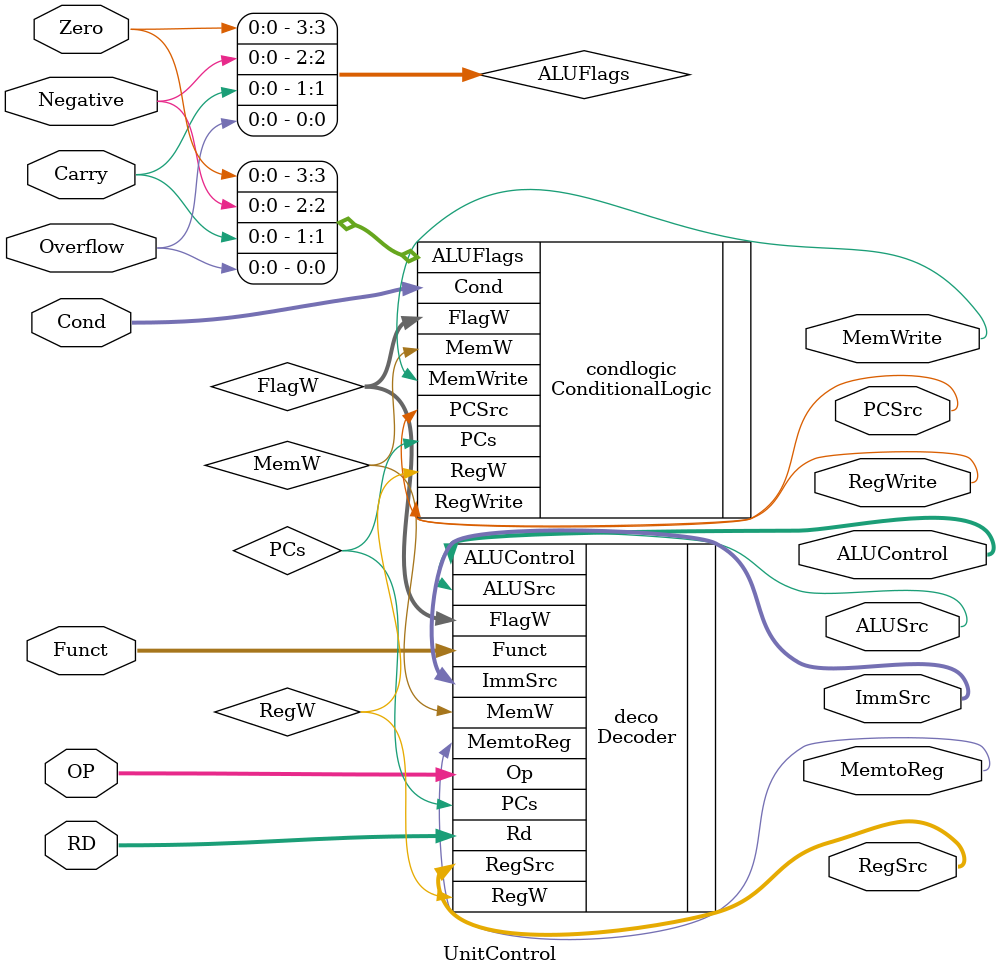
<source format=v>
`timescale 1ns / 1ps
module UnitControl(
    input [3:0] Cond,
    input [1:0] OP,
    input [5:0] Funct,
    input [3:0] RD,
	 input Zero,
	 input Negative,
	 input Carry,
	 input Overflow,
    output PCSrc,
    output MemtoReg,
    output MemWrite,
    output ALUSrc,
    output RegWrite,
	 output [1:0] RegSrc,
    output [1:0] ImmSrc,
    output [1:0] ALUControl
    );

wire PCs, RegW, MemW;
wire [1:0] FlagW;
reg [3:0] ALUFlags;

Decoder deco (
	 .Rd(RD), 
    .Op(OP), 
    .Funct(Funct), 
    .PCs(PCs), 
    .RegW(RegW), 
    .MemW(MemW), 
    .MemtoReg(MemtoReg), 
    .ALUSrc(ALUSrc), 
    .ImmSrc(ImmSrc), 
    .RegSrc(RegSrc), 
    .ALUControl(ALUControl), 
    .FlagW(FlagW)
	 );

ConditionalLogic condlogic (
    .PCs(PCs), 
    .RegW(RegW), 
    .MemW(MemW), 
    .FlagW(FlagW), 
    .Cond(Cond), 
    .ALUFlags(ALUFlags), 
    .PCSrc(PCSrc), 
    .RegWrite(RegWrite), 
    .MemWrite(MemWrite)
    );
	 
always @* begin
	ALUFlags = {Zero, Negative, Carry, Overflow};
end

endmodule

</source>
